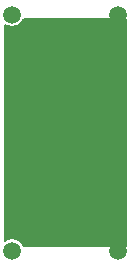
<source format=gbr>
G04 #@! TF.GenerationSoftware,KiCad,Pcbnew,5.1.0-060a0da~80~ubuntu18.04.1*
G04 #@! TF.CreationDate,2019-03-25T17:50:22+01:00*
G04 #@! TF.ProjectId,mav_ovp,6d61765f-6f76-4702-9e6b-696361645f70,rev?*
G04 #@! TF.SameCoordinates,Original*
G04 #@! TF.FileFunction,Copper,L2,Bot*
G04 #@! TF.FilePolarity,Positive*
%FSLAX46Y46*%
G04 Gerber Fmt 4.6, Leading zero omitted, Abs format (unit mm)*
G04 Created by KiCad (PCBNEW 5.1.0-060a0da~80~ubuntu18.04.1) date 2019-03-25 17:50:22*
%MOMM*%
%LPD*%
G04 APERTURE LIST*
%ADD10C,1.500000*%
%ADD11C,0.800000*%
%ADD12C,0.200000*%
G04 APERTURE END LIST*
D10*
X104500000Y-88000000D03*
X104500000Y-108000000D03*
X95500000Y-88000000D03*
X95500000Y-108000000D03*
D11*
X103000000Y-90000000D03*
X102800000Y-93700000D03*
X104500000Y-105400000D03*
X101700000Y-107200000D03*
X100100000Y-93100000D03*
X100000000Y-90000000D03*
X101700000Y-105299990D03*
D12*
G36*
X105125000Y-107625000D02*
G01*
X96481182Y-107625000D01*
X96430498Y-107502638D01*
X96315589Y-107330664D01*
X96169336Y-107184411D01*
X95997362Y-107069502D01*
X95806274Y-106990350D01*
X95603416Y-106950000D01*
X95396584Y-106950000D01*
X95193726Y-106990350D01*
X95002638Y-107069502D01*
X94875000Y-107154787D01*
X94875000Y-88845213D01*
X95002638Y-88930498D01*
X95193726Y-89009650D01*
X95396584Y-89050000D01*
X95603416Y-89050000D01*
X95806274Y-89009650D01*
X95997362Y-88930498D01*
X96169336Y-88815589D01*
X96315589Y-88669336D01*
X96430498Y-88497362D01*
X96481182Y-88375000D01*
X105125001Y-88375000D01*
X105125000Y-107625000D01*
X105125000Y-107625000D01*
G37*
X105125000Y-107625000D02*
X96481182Y-107625000D01*
X96430498Y-107502638D01*
X96315589Y-107330664D01*
X96169336Y-107184411D01*
X95997362Y-107069502D01*
X95806274Y-106990350D01*
X95603416Y-106950000D01*
X95396584Y-106950000D01*
X95193726Y-106990350D01*
X95002638Y-107069502D01*
X94875000Y-107154787D01*
X94875000Y-88845213D01*
X95002638Y-88930498D01*
X95193726Y-89009650D01*
X95396584Y-89050000D01*
X95603416Y-89050000D01*
X95806274Y-89009650D01*
X95997362Y-88930498D01*
X96169336Y-88815589D01*
X96315589Y-88669336D01*
X96430498Y-88497362D01*
X96481182Y-88375000D01*
X105125001Y-88375000D01*
X105125000Y-107625000D01*
M02*

</source>
